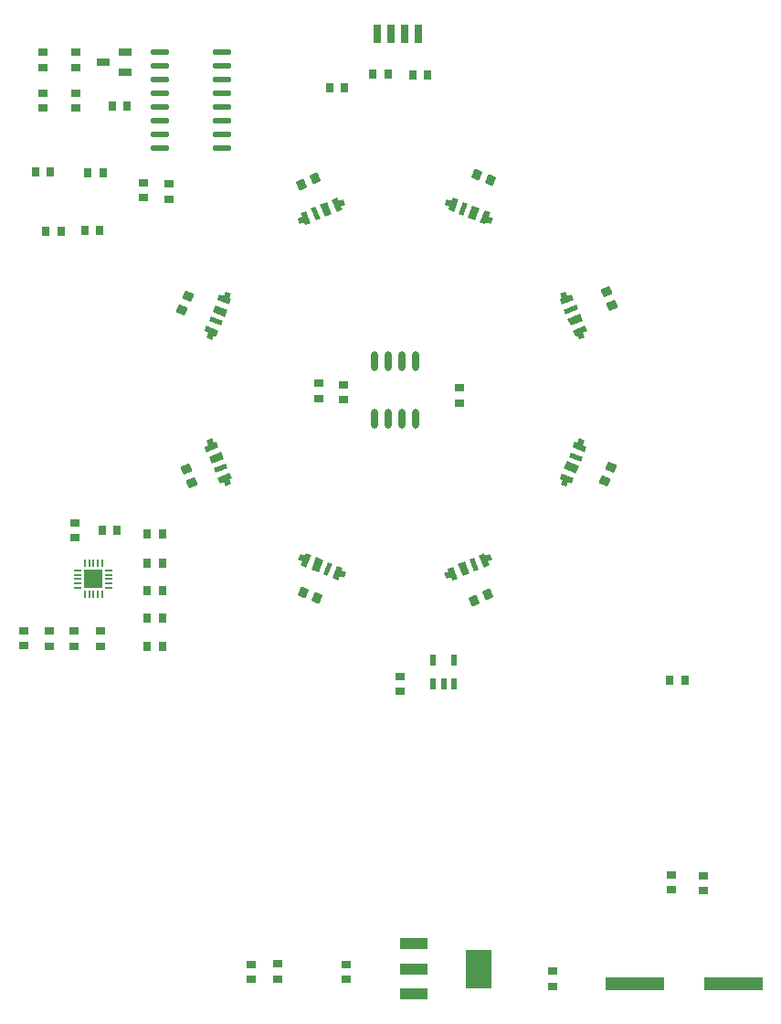
<source format=gtp>
G04*
G04 #@! TF.GenerationSoftware,Altium Limited,Altium Designer,23.5.1 (21)*
G04*
G04 Layer_Color=8421504*
%FSLAX44Y44*%
%MOMM*%
G71*
G04*
G04 #@! TF.SameCoordinates,5C111197-4597-48D1-979B-7C2AAD06A796*
G04*
G04*
G04 #@! TF.FilePolarity,Positive*
G04*
G01*
G75*
%ADD19R,5.5000X1.3000*%
%ADD20R,0.9000X0.8000*%
%ADD21O,1.7450X0.5600*%
%ADD22R,0.6000X1.0000*%
%ADD23O,0.6300X1.8650*%
%ADD24R,0.8000X0.9000*%
%ADD25R,1.7018X1.7018*%
%ADD26R,0.7620X0.2540*%
%ADD27R,0.2540X0.7620*%
G04:AMPARAMS|DCode=28|XSize=0.8mm|YSize=0.9mm|CornerRadius=0mm|HoleSize=0mm|Usage=FLASHONLY|Rotation=337.500|XOffset=0mm|YOffset=0mm|HoleType=Round|Shape=Rectangle|*
%AMROTATEDRECTD28*
4,1,4,-0.5418,-0.2627,-0.1973,0.5688,0.5418,0.2627,0.1973,-0.5688,-0.5418,-0.2627,0.0*
%
%ADD28ROTATEDRECTD28*%

G04:AMPARAMS|DCode=29|XSize=0.8mm|YSize=0.9mm|CornerRadius=0mm|HoleSize=0mm|Usage=FLASHONLY|Rotation=202.500|XOffset=0mm|YOffset=0mm|HoleType=Round|Shape=Rectangle|*
%AMROTATEDRECTD29*
4,1,4,0.1973,0.5688,0.5418,-0.2627,-0.1973,-0.5688,-0.5418,0.2627,0.1973,0.5688,0.0*
%
%ADD29ROTATEDRECTD29*%

%ADD30R,0.8000X1.8000*%
%ADD31R,1.2500X0.7000*%
%ADD32R,2.3400X3.6000*%
%ADD33R,2.5000X1.1000*%
G04:AMPARAMS|DCode=34|XSize=0.8mm|YSize=0.9mm|CornerRadius=0mm|HoleSize=0mm|Usage=FLASHONLY|Rotation=247.500|XOffset=0mm|YOffset=0mm|HoleType=Round|Shape=Rectangle|*
%AMROTATEDRECTD34*
4,1,4,-0.2627,0.5418,0.5688,0.1973,0.2627,-0.5418,-0.5688,-0.1973,-0.2627,0.5418,0.0*
%
%ADD34ROTATEDRECTD34*%

G04:AMPARAMS|DCode=35|XSize=0.8mm|YSize=0.9mm|CornerRadius=0mm|HoleSize=0mm|Usage=FLASHONLY|Rotation=112.500|XOffset=0mm|YOffset=0mm|HoleType=Round|Shape=Rectangle|*
%AMROTATEDRECTD35*
4,1,4,0.5688,-0.1973,-0.2627,-0.5418,-0.5688,0.1973,0.2627,0.5418,0.5688,-0.1973,0.0*
%
%ADD35ROTATEDRECTD35*%

G36*
X1123524Y1278200D02*
X1125833Y1279157D01*
X1127938Y1274075D01*
X1116852Y1269483D01*
X1114747Y1274565D01*
X1118442Y1276095D01*
X1116720Y1280253D01*
X1121802Y1282358D01*
X1123524Y1278200D01*
D02*
G37*
G36*
X1132761Y1263084D02*
X1121674Y1258492D01*
X1118996Y1264959D01*
X1130082Y1269551D01*
X1132761Y1263084D01*
D02*
G37*
G36*
X1136205Y1254770D02*
X1125118Y1250177D01*
X1123396Y1254335D01*
X1134483Y1258927D01*
X1136205Y1254770D01*
D02*
G37*
G36*
X1140223Y1245068D02*
X1137912Y1244112D01*
X1139635Y1239954D01*
X1134554Y1237849D01*
X1132832Y1242007D01*
X1129138Y1240477D01*
X1127031Y1245558D01*
X1138118Y1250150D01*
X1140223Y1245068D01*
D02*
G37*
G36*
X1214023Y1173868D02*
X1209430Y1162781D01*
X1204349Y1164886D01*
X1205880Y1168581D01*
X1201722Y1170303D01*
X1203827Y1175385D01*
X1207985Y1173663D01*
X1208941Y1175973D01*
X1214023Y1173868D01*
D02*
G37*
G36*
X1225205Y1169507D02*
X1220612Y1158420D01*
X1214145Y1161099D01*
X1218737Y1172185D01*
X1225205Y1169507D01*
D02*
G37*
G36*
X1233520Y1166063D02*
X1228927Y1154976D01*
X1224770Y1156698D01*
X1229362Y1167785D01*
X1233520Y1166063D01*
D02*
G37*
G36*
X1243221Y1162044D02*
X1242263Y1159734D01*
X1246421Y1158012D01*
X1244317Y1152930D01*
X1240159Y1154653D01*
X1238629Y1150958D01*
X1233546Y1153063D01*
X1238138Y1164149D01*
X1243221Y1162044D01*
D02*
G37*
G36*
X1139317Y1416122D02*
X1137595Y1411965D01*
X1139904Y1411008D01*
X1137800Y1405927D01*
X1126713Y1410519D01*
X1128818Y1415600D01*
X1132513Y1414070D01*
X1134235Y1418227D01*
X1139317Y1416122D01*
D02*
G37*
G36*
X1136117Y1401212D02*
X1133439Y1394745D01*
X1122352Y1399337D01*
X1125031Y1405804D01*
X1136117Y1401212D01*
D02*
G37*
G36*
X1131716Y1390588D02*
X1129994Y1386431D01*
X1118908Y1391023D01*
X1120630Y1395180D01*
X1131716Y1390588D01*
D02*
G37*
G36*
X1128080Y1381812D02*
X1125975Y1376729D01*
X1123665Y1377687D01*
X1121943Y1373529D01*
X1116862Y1375633D01*
X1118584Y1379791D01*
X1114890Y1381321D01*
X1116994Y1386404D01*
X1128080Y1381812D01*
D02*
G37*
G36*
X1239496Y1501535D02*
X1243653Y1503257D01*
X1245758Y1498175D01*
X1241601Y1496453D01*
X1242557Y1494144D01*
X1237476Y1492039D01*
X1232884Y1503125D01*
X1237965Y1505230D01*
X1239496Y1501535D01*
D02*
G37*
G36*
X1232952Y1489895D02*
X1226485Y1487216D01*
X1221893Y1498302D01*
X1228360Y1500981D01*
X1232952Y1489895D01*
D02*
G37*
G36*
X1222328Y1485494D02*
X1218170Y1483772D01*
X1213578Y1494859D01*
X1217736Y1496581D01*
X1222328Y1485494D01*
D02*
G37*
G36*
X1213551Y1481859D02*
X1208469Y1479754D01*
X1207513Y1482065D01*
X1203355Y1480342D01*
X1201250Y1485423D01*
X1205407Y1487145D01*
X1203877Y1490839D01*
X1208959Y1492946D01*
X1213551Y1481859D01*
D02*
G37*
G36*
X1375356Y1173534D02*
X1379514Y1175257D01*
X1381620Y1170176D01*
X1377462Y1168454D01*
X1378992Y1164760D01*
X1373910Y1162654D01*
X1369318Y1173740D01*
X1374400Y1175845D01*
X1375356Y1173534D01*
D02*
G37*
G36*
X1369291Y1160740D02*
X1365134Y1159018D01*
X1360541Y1170105D01*
X1364699Y1171827D01*
X1369291Y1160740D01*
D02*
G37*
G36*
X1360976Y1157297D02*
X1354509Y1154618D01*
X1349917Y1165704D01*
X1356384Y1168383D01*
X1360976Y1157297D01*
D02*
G37*
G36*
X1349985Y1152474D02*
X1344904Y1150369D01*
X1343373Y1154064D01*
X1339216Y1152342D01*
X1337111Y1157424D01*
X1341268Y1159146D01*
X1340312Y1161455D01*
X1345393Y1163560D01*
X1349985Y1152474D01*
D02*
G37*
G36*
X1467359Y1280189D02*
X1465636Y1276031D01*
X1469330Y1274501D01*
X1467226Y1269419D01*
X1456140Y1274011D01*
X1458245Y1279093D01*
X1460555Y1278135D01*
X1462277Y1282293D01*
X1467359Y1280189D01*
D02*
G37*
G36*
X1465313Y1264800D02*
X1463591Y1260642D01*
X1452504Y1265234D01*
X1454226Y1269392D01*
X1465313Y1264800D01*
D02*
G37*
G36*
X1461868Y1256485D02*
X1459189Y1250018D01*
X1448103Y1254610D01*
X1450782Y1261078D01*
X1461868Y1256485D01*
D02*
G37*
G36*
X1457507Y1245303D02*
X1455402Y1240222D01*
X1451707Y1241752D01*
X1449985Y1237595D01*
X1444903Y1239700D01*
X1446626Y1243857D01*
X1444316Y1244814D01*
X1446421Y1249895D01*
X1457507Y1245303D01*
D02*
G37*
G36*
X1350461Y1503255D02*
X1345869Y1492169D01*
X1340786Y1494274D01*
X1341744Y1496584D01*
X1337586Y1498306D01*
X1339690Y1503388D01*
X1343848Y1501665D01*
X1345378Y1505359D01*
X1350461Y1503255D01*
D02*
G37*
G36*
X1359238Y1499619D02*
X1354646Y1488533D01*
X1350488Y1490255D01*
X1355080Y1501342D01*
X1359238Y1499619D01*
D02*
G37*
G36*
X1369862Y1495219D02*
X1365269Y1484132D01*
X1358802Y1486811D01*
X1363395Y1497898D01*
X1369862Y1495219D01*
D02*
G37*
G36*
X1379658Y1491432D02*
X1378127Y1487737D01*
X1382285Y1486014D01*
X1380180Y1480933D01*
X1376022Y1482655D01*
X1375066Y1480345D01*
X1369984Y1482450D01*
X1374577Y1493537D01*
X1379658Y1491432D01*
D02*
G37*
G36*
X1451526Y1414062D02*
X1455220Y1415593D01*
X1457327Y1410511D01*
X1446240Y1405919D01*
X1444135Y1411001D01*
X1446446Y1411957D01*
X1444723Y1416115D01*
X1449804Y1418220D01*
X1451526Y1414062D01*
D02*
G37*
G36*
X1460962Y1401734D02*
X1449875Y1397142D01*
X1448153Y1401299D01*
X1459240Y1405892D01*
X1460962Y1401734D01*
D02*
G37*
G36*
X1465362Y1391110D02*
X1454276Y1386517D01*
X1451597Y1392984D01*
X1462684Y1397577D01*
X1465362Y1391110D01*
D02*
G37*
G36*
X1469611Y1381505D02*
X1465916Y1379974D01*
X1467638Y1375817D01*
X1462556Y1373712D01*
X1460834Y1377869D01*
X1458525Y1376913D01*
X1456420Y1381994D01*
X1467507Y1386586D01*
X1469611Y1381505D01*
D02*
G37*
D19*
X1605000Y776750D02*
D03*
X1513941D02*
D03*
D20*
X1182500Y781500D02*
D03*
Y795500D02*
D03*
X1158500Y795250D02*
D03*
Y781250D02*
D03*
X1296000Y1062000D02*
D03*
Y1048000D02*
D03*
X994162Y1104000D02*
D03*
Y1090000D02*
D03*
X971162Y1104000D02*
D03*
Y1090000D02*
D03*
X947162Y1090087D02*
D03*
Y1104088D02*
D03*
X1018161Y1104000D02*
D03*
Y1090000D02*
D03*
X995000Y1204000D02*
D03*
Y1190000D02*
D03*
X1547500Y864000D02*
D03*
Y878000D02*
D03*
X1577000Y863250D02*
D03*
Y877251D02*
D03*
X1220528Y1318999D02*
D03*
Y1333000D02*
D03*
X1058000Y1505000D02*
D03*
Y1519000D02*
D03*
X1082040Y1517681D02*
D03*
Y1503680D02*
D03*
X965200Y1639601D02*
D03*
Y1625600D02*
D03*
X995680Y1639601D02*
D03*
Y1625600D02*
D03*
Y1602120D02*
D03*
Y1588120D02*
D03*
X965200Y1602120D02*
D03*
Y1588120D02*
D03*
X1246000Y781000D02*
D03*
Y795000D02*
D03*
X1244000Y1318000D02*
D03*
Y1332000D02*
D03*
X1351000Y1315000D02*
D03*
Y1329001D02*
D03*
X1438000Y789001D02*
D03*
Y775000D02*
D03*
D21*
X1073635Y1639570D02*
D03*
Y1626870D02*
D03*
Y1614170D02*
D03*
Y1601470D02*
D03*
Y1588770D02*
D03*
Y1576070D02*
D03*
Y1563370D02*
D03*
Y1550670D02*
D03*
X1131085Y1639570D02*
D03*
Y1626870D02*
D03*
Y1614170D02*
D03*
Y1601470D02*
D03*
Y1588770D02*
D03*
Y1576070D02*
D03*
Y1563370D02*
D03*
Y1550670D02*
D03*
D22*
X1326998Y1077000D02*
D03*
X1346000D02*
D03*
X1327001Y1054999D02*
D03*
X1345997D02*
D03*
X1336498D02*
D03*
D23*
X1272768Y1300050D02*
D03*
X1285468D02*
D03*
X1298168D02*
D03*
X1310868D02*
D03*
X1272768Y1353700D02*
D03*
X1285468D02*
D03*
X1298168D02*
D03*
X1310868D02*
D03*
D24*
X1061999Y1090000D02*
D03*
X1076000D02*
D03*
X1062000Y1141001D02*
D03*
X1076000D02*
D03*
X1061999Y1167001D02*
D03*
X1076000D02*
D03*
X1007000Y1528000D02*
D03*
X1021000D02*
D03*
X958200Y1529080D02*
D03*
X972200D02*
D03*
X1043320Y1590040D02*
D03*
X1029320D02*
D03*
X1061999Y1194000D02*
D03*
X1076000D02*
D03*
X1004000Y1475000D02*
D03*
X1018000D02*
D03*
X1020000Y1197000D02*
D03*
X1034000D02*
D03*
X1545999Y1058000D02*
D03*
X1560000D02*
D03*
X1061999Y1116000D02*
D03*
X1076000D02*
D03*
X968000Y1474000D02*
D03*
X982000D02*
D03*
X1231000Y1607000D02*
D03*
X1245000D02*
D03*
X1308000Y1619000D02*
D03*
X1322000D02*
D03*
X1271000Y1620000D02*
D03*
X1285001D02*
D03*
D25*
X1012000Y1152000D02*
D03*
D26*
X997776Y1144000D02*
D03*
Y1148000D02*
D03*
Y1152000D02*
D03*
Y1156000D02*
D03*
Y1160000D02*
D03*
X1026224D02*
D03*
Y1156000D02*
D03*
Y1152000D02*
D03*
Y1148000D02*
D03*
Y1144000D02*
D03*
D27*
X1004000Y1166224D02*
D03*
X1008000D02*
D03*
X1012000D02*
D03*
X1016000D02*
D03*
X1020000D02*
D03*
Y1137776D02*
D03*
X1016000D02*
D03*
X1012000D02*
D03*
X1008000D02*
D03*
X1004000D02*
D03*
D28*
X1219467Y1134321D02*
D03*
X1206533Y1139679D02*
D03*
X1367065Y1526358D02*
D03*
X1380000Y1521000D02*
D03*
D29*
X1204532Y1517321D02*
D03*
X1217467Y1522679D02*
D03*
X1377467Y1137679D02*
D03*
X1364533Y1132321D02*
D03*
D30*
X1275000Y1657000D02*
D03*
X1287700D02*
D03*
X1300400D02*
D03*
X1313100D02*
D03*
D31*
X1021240Y1630680D02*
D03*
X1041240Y1640180D02*
D03*
Y1621180D02*
D03*
D32*
X1368700Y791000D02*
D03*
D33*
X1309300Y768000D02*
D03*
Y791000D02*
D03*
Y814000D02*
D03*
D34*
X1094121Y1401332D02*
D03*
X1099478Y1414267D02*
D03*
X1491679Y1255468D02*
D03*
X1486321Y1242532D02*
D03*
D35*
X1487642Y1417935D02*
D03*
X1493000Y1405000D02*
D03*
X1103358Y1241065D02*
D03*
X1098000Y1254000D02*
D03*
M02*

</source>
